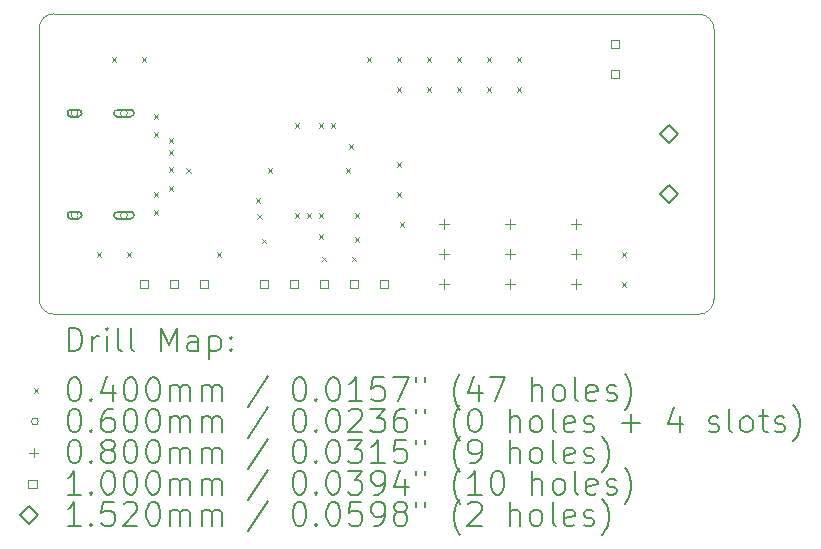
<source format=gbr>
%TF.GenerationSoftware,KiCad,Pcbnew,(6.0.10-0)*%
%TF.CreationDate,2023-02-24T11:05:11+09:00*%
%TF.ProjectId,CH224K_PD_Decoy,43483232-344b-45f5-9044-5f4465636f79,0.5*%
%TF.SameCoordinates,Original*%
%TF.FileFunction,Drillmap*%
%TF.FilePolarity,Positive*%
%FSLAX45Y45*%
G04 Gerber Fmt 4.5, Leading zero omitted, Abs format (unit mm)*
G04 Created by KiCad (PCBNEW (6.0.10-0)) date 2023-02-24 11:05:11*
%MOMM*%
%LPD*%
G01*
G04 APERTURE LIST*
%ADD10C,0.100000*%
%ADD11C,0.200000*%
%ADD12C,0.040000*%
%ADD13C,0.060000*%
%ADD14C,0.080000*%
%ADD15C,0.152000*%
G04 APERTURE END LIST*
D10*
X12954000Y-7239000D02*
X12954000Y-9525000D01*
X12827000Y-9652000D02*
X7366000Y-9652000D01*
X7239000Y-9525000D02*
X7239000Y-7235803D01*
X12827000Y-9652000D02*
G75*
G03*
X12954000Y-9525000I0J127000D01*
G01*
X7239000Y-9525000D02*
G75*
G03*
X7366000Y-9652000I127000J0D01*
G01*
X12954000Y-7239000D02*
G75*
G03*
X12827000Y-7112000I-127000J0D01*
G01*
X7366000Y-7108803D02*
X12827000Y-7112000D01*
X7366000Y-7108800D02*
G75*
G03*
X7239000Y-7235803I0J-127000D01*
G01*
D11*
D12*
X7727000Y-9124000D02*
X7767000Y-9164000D01*
X7767000Y-9124000D02*
X7727000Y-9164000D01*
X7854000Y-7473000D02*
X7894000Y-7513000D01*
X7894000Y-7473000D02*
X7854000Y-7513000D01*
X7981000Y-9124000D02*
X8021000Y-9164000D01*
X8021000Y-9124000D02*
X7981000Y-9164000D01*
X8108000Y-7473000D02*
X8148000Y-7513000D01*
X8148000Y-7473000D02*
X8108000Y-7513000D01*
X8209600Y-7955600D02*
X8249600Y-7995600D01*
X8249600Y-7955600D02*
X8209600Y-7995600D01*
X8209600Y-8108000D02*
X8249600Y-8148000D01*
X8249600Y-8108000D02*
X8209600Y-8148000D01*
X8209600Y-8616000D02*
X8249600Y-8656000D01*
X8249600Y-8616000D02*
X8209600Y-8656000D01*
X8209600Y-8768400D02*
X8249600Y-8808400D01*
X8249600Y-8768400D02*
X8209600Y-8808400D01*
X8336600Y-8160450D02*
X8376600Y-8200450D01*
X8376600Y-8160450D02*
X8336600Y-8200450D01*
X8336600Y-8260400D02*
X8376600Y-8300400D01*
X8376600Y-8260400D02*
X8336600Y-8300400D01*
X8336600Y-8409450D02*
X8376600Y-8449450D01*
X8376600Y-8409450D02*
X8336600Y-8449450D01*
X8336600Y-8565200D02*
X8376600Y-8605200D01*
X8376600Y-8565200D02*
X8336600Y-8605200D01*
X8485300Y-8416500D02*
X8525300Y-8456500D01*
X8525300Y-8416500D02*
X8485300Y-8456500D01*
X8743000Y-9124000D02*
X8783000Y-9164000D01*
X8783000Y-9124000D02*
X8743000Y-9164000D01*
X9073200Y-8666800D02*
X9113200Y-8706800D01*
X9113200Y-8666800D02*
X9073200Y-8706800D01*
X9085900Y-8806500D02*
X9125900Y-8846500D01*
X9125900Y-8806500D02*
X9085900Y-8846500D01*
X9124000Y-9012550D02*
X9164000Y-9052550D01*
X9164000Y-9012550D02*
X9124000Y-9052550D01*
X9174800Y-8412800D02*
X9214800Y-8452800D01*
X9214800Y-8412800D02*
X9174800Y-8452800D01*
X9403400Y-8793800D02*
X9443400Y-8833800D01*
X9443400Y-8793800D02*
X9403400Y-8833800D01*
X9403676Y-8034186D02*
X9443676Y-8074186D01*
X9443676Y-8034186D02*
X9403676Y-8074186D01*
X9505000Y-8793800D02*
X9545000Y-8833800D01*
X9545000Y-8793800D02*
X9505000Y-8833800D01*
X9606600Y-8031800D02*
X9646600Y-8071800D01*
X9646600Y-8031800D02*
X9606600Y-8071800D01*
X9606600Y-8793800D02*
X9646600Y-8833800D01*
X9646600Y-8793800D02*
X9606600Y-8833800D01*
X9606600Y-8971600D02*
X9646600Y-9011600D01*
X9646600Y-8971600D02*
X9606600Y-9011600D01*
X9632000Y-9165250D02*
X9672000Y-9205250D01*
X9672000Y-9165250D02*
X9632000Y-9205250D01*
X9708200Y-8031800D02*
X9748200Y-8071800D01*
X9748200Y-8031800D02*
X9708200Y-8071800D01*
X9835200Y-8412800D02*
X9875200Y-8452800D01*
X9875200Y-8412800D02*
X9835200Y-8452800D01*
X9860600Y-8209600D02*
X9900600Y-8249600D01*
X9900600Y-8209600D02*
X9860600Y-8249600D01*
X9886000Y-9165250D02*
X9926000Y-9205250D01*
X9926000Y-9165250D02*
X9886000Y-9205250D01*
X9911400Y-8793750D02*
X9951400Y-8833750D01*
X9951400Y-8793750D02*
X9911400Y-8833750D01*
X9911400Y-8997000D02*
X9951400Y-9037000D01*
X9951400Y-8997000D02*
X9911400Y-9037000D01*
X10013000Y-7473000D02*
X10053000Y-7513000D01*
X10053000Y-7473000D02*
X10013000Y-7513000D01*
X10267000Y-7473000D02*
X10307000Y-7513000D01*
X10307000Y-7473000D02*
X10267000Y-7513000D01*
X10267000Y-7727000D02*
X10307000Y-7767000D01*
X10307000Y-7727000D02*
X10267000Y-7767000D01*
X10267000Y-8362000D02*
X10307000Y-8402000D01*
X10307000Y-8362000D02*
X10267000Y-8402000D01*
X10267000Y-8616000D02*
X10307000Y-8656000D01*
X10307000Y-8616000D02*
X10267000Y-8656000D01*
X10292400Y-8870000D02*
X10332400Y-8910000D01*
X10332400Y-8870000D02*
X10292400Y-8910000D01*
X10521000Y-7473000D02*
X10561000Y-7513000D01*
X10561000Y-7473000D02*
X10521000Y-7513000D01*
X10521000Y-7727000D02*
X10561000Y-7767000D01*
X10561000Y-7727000D02*
X10521000Y-7767000D01*
X10775000Y-7473000D02*
X10815000Y-7513000D01*
X10815000Y-7473000D02*
X10775000Y-7513000D01*
X10775000Y-7727000D02*
X10815000Y-7767000D01*
X10815000Y-7727000D02*
X10775000Y-7767000D01*
X11029000Y-7473000D02*
X11069000Y-7513000D01*
X11069000Y-7473000D02*
X11029000Y-7513000D01*
X11029000Y-7727000D02*
X11069000Y-7767000D01*
X11069000Y-7727000D02*
X11029000Y-7767000D01*
X11283000Y-7473000D02*
X11323000Y-7513000D01*
X11323000Y-7473000D02*
X11283000Y-7513000D01*
X11283000Y-7727000D02*
X11323000Y-7767000D01*
X11323000Y-7727000D02*
X11283000Y-7767000D01*
X12172000Y-9124000D02*
X12212000Y-9164000D01*
X12212000Y-9124000D02*
X12172000Y-9164000D01*
X12172000Y-9378000D02*
X12212000Y-9418000D01*
X12212000Y-9378000D02*
X12172000Y-9418000D01*
D13*
X7570400Y-7950000D02*
G75*
G03*
X7570400Y-7950000I-30000J0D01*
G01*
D11*
X7570400Y-7920000D02*
X7510400Y-7920000D01*
X7570400Y-7980000D02*
X7510400Y-7980000D01*
X7510400Y-7920000D02*
G75*
G03*
X7510400Y-7980000I0J-30000D01*
G01*
X7570400Y-7980000D02*
G75*
G03*
X7570400Y-7920000I0J30000D01*
G01*
D13*
X7570400Y-8814000D02*
G75*
G03*
X7570400Y-8814000I-30000J0D01*
G01*
D11*
X7570400Y-8784000D02*
X7510400Y-8784000D01*
X7570400Y-8844000D02*
X7510400Y-8844000D01*
X7510400Y-8784000D02*
G75*
G03*
X7510400Y-8844000I0J-30000D01*
G01*
X7570400Y-8844000D02*
G75*
G03*
X7570400Y-8784000I0J30000D01*
G01*
D13*
X7988400Y-7950000D02*
G75*
G03*
X7988400Y-7950000I-30000J0D01*
G01*
D11*
X8013400Y-7920000D02*
X7903400Y-7920000D01*
X8013400Y-7980000D02*
X7903400Y-7980000D01*
X7903400Y-7920000D02*
G75*
G03*
X7903400Y-7980000I0J-30000D01*
G01*
X8013400Y-7980000D02*
G75*
G03*
X8013400Y-7920000I0J30000D01*
G01*
D13*
X7988400Y-8814000D02*
G75*
G03*
X7988400Y-8814000I-30000J0D01*
G01*
D11*
X8013400Y-8784000D02*
X7903400Y-8784000D01*
X8013400Y-8844000D02*
X7903400Y-8844000D01*
X7903400Y-8784000D02*
G75*
G03*
X7903400Y-8844000I0J-30000D01*
G01*
X8013400Y-8844000D02*
G75*
G03*
X8013400Y-8784000I0J30000D01*
G01*
D14*
X10668000Y-8850000D02*
X10668000Y-8930000D01*
X10628000Y-8890000D02*
X10708000Y-8890000D01*
X10668000Y-9104000D02*
X10668000Y-9184000D01*
X10628000Y-9144000D02*
X10708000Y-9144000D01*
X10668000Y-9358000D02*
X10668000Y-9438000D01*
X10628000Y-9398000D02*
X10708000Y-9398000D01*
X11226800Y-8850000D02*
X11226800Y-8930000D01*
X11186800Y-8890000D02*
X11266800Y-8890000D01*
X11226800Y-9104000D02*
X11226800Y-9184000D01*
X11186800Y-9144000D02*
X11266800Y-9144000D01*
X11226800Y-9358000D02*
X11226800Y-9438000D01*
X11186800Y-9398000D02*
X11266800Y-9398000D01*
X11785600Y-8850000D02*
X11785600Y-8930000D01*
X11745600Y-8890000D02*
X11825600Y-8890000D01*
X11785600Y-9104000D02*
X11785600Y-9184000D01*
X11745600Y-9144000D02*
X11825600Y-9144000D01*
X11785600Y-9358000D02*
X11785600Y-9438000D01*
X11745600Y-9398000D02*
X11825600Y-9398000D01*
D10*
X8163356Y-9433356D02*
X8163356Y-9362644D01*
X8092644Y-9362644D01*
X8092644Y-9433356D01*
X8163356Y-9433356D01*
X8417356Y-9433356D02*
X8417356Y-9362644D01*
X8346644Y-9362644D01*
X8346644Y-9433356D01*
X8417356Y-9433356D01*
X8671356Y-9433356D02*
X8671356Y-9362644D01*
X8600644Y-9362644D01*
X8600644Y-9433356D01*
X8671356Y-9433356D01*
X9179856Y-9433356D02*
X9179856Y-9362644D01*
X9109144Y-9362644D01*
X9109144Y-9433356D01*
X9179856Y-9433356D01*
X9433856Y-9433356D02*
X9433856Y-9362644D01*
X9363144Y-9362644D01*
X9363144Y-9433356D01*
X9433856Y-9433356D01*
X9687856Y-9433356D02*
X9687856Y-9362644D01*
X9617144Y-9362644D01*
X9617144Y-9433356D01*
X9687856Y-9433356D01*
X9941856Y-9433356D02*
X9941856Y-9362644D01*
X9871144Y-9362644D01*
X9871144Y-9433356D01*
X9941856Y-9433356D01*
X10195856Y-9433356D02*
X10195856Y-9362644D01*
X10125144Y-9362644D01*
X10125144Y-9433356D01*
X10195856Y-9433356D01*
X12151156Y-7400856D02*
X12151156Y-7330144D01*
X12080444Y-7330144D01*
X12080444Y-7400856D01*
X12151156Y-7400856D01*
X12151156Y-7654856D02*
X12151156Y-7584144D01*
X12080444Y-7584144D01*
X12080444Y-7654856D01*
X12151156Y-7654856D01*
D15*
X12573000Y-8204000D02*
X12649000Y-8128000D01*
X12573000Y-8052000D01*
X12497000Y-8128000D01*
X12573000Y-8204000D01*
X12573000Y-8712000D02*
X12649000Y-8636000D01*
X12573000Y-8560000D01*
X12497000Y-8636000D01*
X12573000Y-8712000D01*
D11*
X7491619Y-9967476D02*
X7491619Y-9767476D01*
X7539238Y-9767476D01*
X7567809Y-9777000D01*
X7586857Y-9796048D01*
X7596381Y-9815095D01*
X7605905Y-9853190D01*
X7605905Y-9881762D01*
X7596381Y-9919857D01*
X7586857Y-9938905D01*
X7567809Y-9957952D01*
X7539238Y-9967476D01*
X7491619Y-9967476D01*
X7691619Y-9967476D02*
X7691619Y-9834143D01*
X7691619Y-9872238D02*
X7701143Y-9853190D01*
X7710667Y-9843667D01*
X7729714Y-9834143D01*
X7748762Y-9834143D01*
X7815428Y-9967476D02*
X7815428Y-9834143D01*
X7815428Y-9767476D02*
X7805905Y-9777000D01*
X7815428Y-9786524D01*
X7824952Y-9777000D01*
X7815428Y-9767476D01*
X7815428Y-9786524D01*
X7939238Y-9967476D02*
X7920190Y-9957952D01*
X7910667Y-9938905D01*
X7910667Y-9767476D01*
X8044000Y-9967476D02*
X8024952Y-9957952D01*
X8015428Y-9938905D01*
X8015428Y-9767476D01*
X8272571Y-9967476D02*
X8272571Y-9767476D01*
X8339238Y-9910333D01*
X8405905Y-9767476D01*
X8405905Y-9967476D01*
X8586857Y-9967476D02*
X8586857Y-9862714D01*
X8577333Y-9843667D01*
X8558286Y-9834143D01*
X8520190Y-9834143D01*
X8501143Y-9843667D01*
X8586857Y-9957952D02*
X8567810Y-9967476D01*
X8520190Y-9967476D01*
X8501143Y-9957952D01*
X8491619Y-9938905D01*
X8491619Y-9919857D01*
X8501143Y-9900810D01*
X8520190Y-9891286D01*
X8567810Y-9891286D01*
X8586857Y-9881762D01*
X8682095Y-9834143D02*
X8682095Y-10034143D01*
X8682095Y-9843667D02*
X8701143Y-9834143D01*
X8739238Y-9834143D01*
X8758286Y-9843667D01*
X8767810Y-9853190D01*
X8777333Y-9872238D01*
X8777333Y-9929381D01*
X8767810Y-9948429D01*
X8758286Y-9957952D01*
X8739238Y-9967476D01*
X8701143Y-9967476D01*
X8682095Y-9957952D01*
X8863048Y-9948429D02*
X8872571Y-9957952D01*
X8863048Y-9967476D01*
X8853524Y-9957952D01*
X8863048Y-9948429D01*
X8863048Y-9967476D01*
X8863048Y-9843667D02*
X8872571Y-9853190D01*
X8863048Y-9862714D01*
X8853524Y-9853190D01*
X8863048Y-9843667D01*
X8863048Y-9862714D01*
D12*
X7194000Y-10277000D02*
X7234000Y-10317000D01*
X7234000Y-10277000D02*
X7194000Y-10317000D01*
D11*
X7529714Y-10187476D02*
X7548762Y-10187476D01*
X7567809Y-10197000D01*
X7577333Y-10206524D01*
X7586857Y-10225571D01*
X7596381Y-10263667D01*
X7596381Y-10311286D01*
X7586857Y-10349381D01*
X7577333Y-10368429D01*
X7567809Y-10377952D01*
X7548762Y-10387476D01*
X7529714Y-10387476D01*
X7510667Y-10377952D01*
X7501143Y-10368429D01*
X7491619Y-10349381D01*
X7482095Y-10311286D01*
X7482095Y-10263667D01*
X7491619Y-10225571D01*
X7501143Y-10206524D01*
X7510667Y-10197000D01*
X7529714Y-10187476D01*
X7682095Y-10368429D02*
X7691619Y-10377952D01*
X7682095Y-10387476D01*
X7672571Y-10377952D01*
X7682095Y-10368429D01*
X7682095Y-10387476D01*
X7863048Y-10254143D02*
X7863048Y-10387476D01*
X7815428Y-10177952D02*
X7767809Y-10320810D01*
X7891619Y-10320810D01*
X8005905Y-10187476D02*
X8024952Y-10187476D01*
X8044000Y-10197000D01*
X8053524Y-10206524D01*
X8063048Y-10225571D01*
X8072571Y-10263667D01*
X8072571Y-10311286D01*
X8063048Y-10349381D01*
X8053524Y-10368429D01*
X8044000Y-10377952D01*
X8024952Y-10387476D01*
X8005905Y-10387476D01*
X7986857Y-10377952D01*
X7977333Y-10368429D01*
X7967809Y-10349381D01*
X7958286Y-10311286D01*
X7958286Y-10263667D01*
X7967809Y-10225571D01*
X7977333Y-10206524D01*
X7986857Y-10197000D01*
X8005905Y-10187476D01*
X8196381Y-10187476D02*
X8215428Y-10187476D01*
X8234476Y-10197000D01*
X8244000Y-10206524D01*
X8253524Y-10225571D01*
X8263048Y-10263667D01*
X8263048Y-10311286D01*
X8253524Y-10349381D01*
X8244000Y-10368429D01*
X8234476Y-10377952D01*
X8215428Y-10387476D01*
X8196381Y-10387476D01*
X8177333Y-10377952D01*
X8167809Y-10368429D01*
X8158286Y-10349381D01*
X8148762Y-10311286D01*
X8148762Y-10263667D01*
X8158286Y-10225571D01*
X8167809Y-10206524D01*
X8177333Y-10197000D01*
X8196381Y-10187476D01*
X8348762Y-10387476D02*
X8348762Y-10254143D01*
X8348762Y-10273190D02*
X8358286Y-10263667D01*
X8377333Y-10254143D01*
X8405905Y-10254143D01*
X8424952Y-10263667D01*
X8434476Y-10282714D01*
X8434476Y-10387476D01*
X8434476Y-10282714D02*
X8444000Y-10263667D01*
X8463048Y-10254143D01*
X8491619Y-10254143D01*
X8510667Y-10263667D01*
X8520190Y-10282714D01*
X8520190Y-10387476D01*
X8615429Y-10387476D02*
X8615429Y-10254143D01*
X8615429Y-10273190D02*
X8624952Y-10263667D01*
X8644000Y-10254143D01*
X8672571Y-10254143D01*
X8691619Y-10263667D01*
X8701143Y-10282714D01*
X8701143Y-10387476D01*
X8701143Y-10282714D02*
X8710667Y-10263667D01*
X8729714Y-10254143D01*
X8758286Y-10254143D01*
X8777333Y-10263667D01*
X8786857Y-10282714D01*
X8786857Y-10387476D01*
X9177333Y-10177952D02*
X9005905Y-10435095D01*
X9434476Y-10187476D02*
X9453524Y-10187476D01*
X9472571Y-10197000D01*
X9482095Y-10206524D01*
X9491619Y-10225571D01*
X9501143Y-10263667D01*
X9501143Y-10311286D01*
X9491619Y-10349381D01*
X9482095Y-10368429D01*
X9472571Y-10377952D01*
X9453524Y-10387476D01*
X9434476Y-10387476D01*
X9415429Y-10377952D01*
X9405905Y-10368429D01*
X9396381Y-10349381D01*
X9386857Y-10311286D01*
X9386857Y-10263667D01*
X9396381Y-10225571D01*
X9405905Y-10206524D01*
X9415429Y-10197000D01*
X9434476Y-10187476D01*
X9586857Y-10368429D02*
X9596381Y-10377952D01*
X9586857Y-10387476D01*
X9577333Y-10377952D01*
X9586857Y-10368429D01*
X9586857Y-10387476D01*
X9720190Y-10187476D02*
X9739238Y-10187476D01*
X9758286Y-10197000D01*
X9767810Y-10206524D01*
X9777333Y-10225571D01*
X9786857Y-10263667D01*
X9786857Y-10311286D01*
X9777333Y-10349381D01*
X9767810Y-10368429D01*
X9758286Y-10377952D01*
X9739238Y-10387476D01*
X9720190Y-10387476D01*
X9701143Y-10377952D01*
X9691619Y-10368429D01*
X9682095Y-10349381D01*
X9672571Y-10311286D01*
X9672571Y-10263667D01*
X9682095Y-10225571D01*
X9691619Y-10206524D01*
X9701143Y-10197000D01*
X9720190Y-10187476D01*
X9977333Y-10387476D02*
X9863048Y-10387476D01*
X9920190Y-10387476D02*
X9920190Y-10187476D01*
X9901143Y-10216048D01*
X9882095Y-10235095D01*
X9863048Y-10244619D01*
X10158286Y-10187476D02*
X10063048Y-10187476D01*
X10053524Y-10282714D01*
X10063048Y-10273190D01*
X10082095Y-10263667D01*
X10129714Y-10263667D01*
X10148762Y-10273190D01*
X10158286Y-10282714D01*
X10167810Y-10301762D01*
X10167810Y-10349381D01*
X10158286Y-10368429D01*
X10148762Y-10377952D01*
X10129714Y-10387476D01*
X10082095Y-10387476D01*
X10063048Y-10377952D01*
X10053524Y-10368429D01*
X10234476Y-10187476D02*
X10367810Y-10187476D01*
X10282095Y-10387476D01*
X10434476Y-10187476D02*
X10434476Y-10225571D01*
X10510667Y-10187476D02*
X10510667Y-10225571D01*
X10805905Y-10463667D02*
X10796381Y-10454143D01*
X10777333Y-10425571D01*
X10767810Y-10406524D01*
X10758286Y-10377952D01*
X10748762Y-10330333D01*
X10748762Y-10292238D01*
X10758286Y-10244619D01*
X10767810Y-10216048D01*
X10777333Y-10197000D01*
X10796381Y-10168429D01*
X10805905Y-10158905D01*
X10967810Y-10254143D02*
X10967810Y-10387476D01*
X10920190Y-10177952D02*
X10872571Y-10320810D01*
X10996381Y-10320810D01*
X11053524Y-10187476D02*
X11186857Y-10187476D01*
X11101143Y-10387476D01*
X11415428Y-10387476D02*
X11415428Y-10187476D01*
X11501143Y-10387476D02*
X11501143Y-10282714D01*
X11491619Y-10263667D01*
X11472571Y-10254143D01*
X11444000Y-10254143D01*
X11424952Y-10263667D01*
X11415428Y-10273190D01*
X11624952Y-10387476D02*
X11605905Y-10377952D01*
X11596381Y-10368429D01*
X11586857Y-10349381D01*
X11586857Y-10292238D01*
X11596381Y-10273190D01*
X11605905Y-10263667D01*
X11624952Y-10254143D01*
X11653524Y-10254143D01*
X11672571Y-10263667D01*
X11682095Y-10273190D01*
X11691619Y-10292238D01*
X11691619Y-10349381D01*
X11682095Y-10368429D01*
X11672571Y-10377952D01*
X11653524Y-10387476D01*
X11624952Y-10387476D01*
X11805905Y-10387476D02*
X11786857Y-10377952D01*
X11777333Y-10358905D01*
X11777333Y-10187476D01*
X11958286Y-10377952D02*
X11939238Y-10387476D01*
X11901143Y-10387476D01*
X11882095Y-10377952D01*
X11872571Y-10358905D01*
X11872571Y-10282714D01*
X11882095Y-10263667D01*
X11901143Y-10254143D01*
X11939238Y-10254143D01*
X11958286Y-10263667D01*
X11967809Y-10282714D01*
X11967809Y-10301762D01*
X11872571Y-10320810D01*
X12044000Y-10377952D02*
X12063048Y-10387476D01*
X12101143Y-10387476D01*
X12120190Y-10377952D01*
X12129714Y-10358905D01*
X12129714Y-10349381D01*
X12120190Y-10330333D01*
X12101143Y-10320810D01*
X12072571Y-10320810D01*
X12053524Y-10311286D01*
X12044000Y-10292238D01*
X12044000Y-10282714D01*
X12053524Y-10263667D01*
X12072571Y-10254143D01*
X12101143Y-10254143D01*
X12120190Y-10263667D01*
X12196381Y-10463667D02*
X12205905Y-10454143D01*
X12224952Y-10425571D01*
X12234476Y-10406524D01*
X12244000Y-10377952D01*
X12253524Y-10330333D01*
X12253524Y-10292238D01*
X12244000Y-10244619D01*
X12234476Y-10216048D01*
X12224952Y-10197000D01*
X12205905Y-10168429D01*
X12196381Y-10158905D01*
D13*
X7234000Y-10561000D02*
G75*
G03*
X7234000Y-10561000I-30000J0D01*
G01*
D11*
X7529714Y-10451476D02*
X7548762Y-10451476D01*
X7567809Y-10461000D01*
X7577333Y-10470524D01*
X7586857Y-10489571D01*
X7596381Y-10527667D01*
X7596381Y-10575286D01*
X7586857Y-10613381D01*
X7577333Y-10632429D01*
X7567809Y-10641952D01*
X7548762Y-10651476D01*
X7529714Y-10651476D01*
X7510667Y-10641952D01*
X7501143Y-10632429D01*
X7491619Y-10613381D01*
X7482095Y-10575286D01*
X7482095Y-10527667D01*
X7491619Y-10489571D01*
X7501143Y-10470524D01*
X7510667Y-10461000D01*
X7529714Y-10451476D01*
X7682095Y-10632429D02*
X7691619Y-10641952D01*
X7682095Y-10651476D01*
X7672571Y-10641952D01*
X7682095Y-10632429D01*
X7682095Y-10651476D01*
X7863048Y-10451476D02*
X7824952Y-10451476D01*
X7805905Y-10461000D01*
X7796381Y-10470524D01*
X7777333Y-10499095D01*
X7767809Y-10537190D01*
X7767809Y-10613381D01*
X7777333Y-10632429D01*
X7786857Y-10641952D01*
X7805905Y-10651476D01*
X7844000Y-10651476D01*
X7863048Y-10641952D01*
X7872571Y-10632429D01*
X7882095Y-10613381D01*
X7882095Y-10565762D01*
X7872571Y-10546714D01*
X7863048Y-10537190D01*
X7844000Y-10527667D01*
X7805905Y-10527667D01*
X7786857Y-10537190D01*
X7777333Y-10546714D01*
X7767809Y-10565762D01*
X8005905Y-10451476D02*
X8024952Y-10451476D01*
X8044000Y-10461000D01*
X8053524Y-10470524D01*
X8063048Y-10489571D01*
X8072571Y-10527667D01*
X8072571Y-10575286D01*
X8063048Y-10613381D01*
X8053524Y-10632429D01*
X8044000Y-10641952D01*
X8024952Y-10651476D01*
X8005905Y-10651476D01*
X7986857Y-10641952D01*
X7977333Y-10632429D01*
X7967809Y-10613381D01*
X7958286Y-10575286D01*
X7958286Y-10527667D01*
X7967809Y-10489571D01*
X7977333Y-10470524D01*
X7986857Y-10461000D01*
X8005905Y-10451476D01*
X8196381Y-10451476D02*
X8215428Y-10451476D01*
X8234476Y-10461000D01*
X8244000Y-10470524D01*
X8253524Y-10489571D01*
X8263048Y-10527667D01*
X8263048Y-10575286D01*
X8253524Y-10613381D01*
X8244000Y-10632429D01*
X8234476Y-10641952D01*
X8215428Y-10651476D01*
X8196381Y-10651476D01*
X8177333Y-10641952D01*
X8167809Y-10632429D01*
X8158286Y-10613381D01*
X8148762Y-10575286D01*
X8148762Y-10527667D01*
X8158286Y-10489571D01*
X8167809Y-10470524D01*
X8177333Y-10461000D01*
X8196381Y-10451476D01*
X8348762Y-10651476D02*
X8348762Y-10518143D01*
X8348762Y-10537190D02*
X8358286Y-10527667D01*
X8377333Y-10518143D01*
X8405905Y-10518143D01*
X8424952Y-10527667D01*
X8434476Y-10546714D01*
X8434476Y-10651476D01*
X8434476Y-10546714D02*
X8444000Y-10527667D01*
X8463048Y-10518143D01*
X8491619Y-10518143D01*
X8510667Y-10527667D01*
X8520190Y-10546714D01*
X8520190Y-10651476D01*
X8615429Y-10651476D02*
X8615429Y-10518143D01*
X8615429Y-10537190D02*
X8624952Y-10527667D01*
X8644000Y-10518143D01*
X8672571Y-10518143D01*
X8691619Y-10527667D01*
X8701143Y-10546714D01*
X8701143Y-10651476D01*
X8701143Y-10546714D02*
X8710667Y-10527667D01*
X8729714Y-10518143D01*
X8758286Y-10518143D01*
X8777333Y-10527667D01*
X8786857Y-10546714D01*
X8786857Y-10651476D01*
X9177333Y-10441952D02*
X9005905Y-10699095D01*
X9434476Y-10451476D02*
X9453524Y-10451476D01*
X9472571Y-10461000D01*
X9482095Y-10470524D01*
X9491619Y-10489571D01*
X9501143Y-10527667D01*
X9501143Y-10575286D01*
X9491619Y-10613381D01*
X9482095Y-10632429D01*
X9472571Y-10641952D01*
X9453524Y-10651476D01*
X9434476Y-10651476D01*
X9415429Y-10641952D01*
X9405905Y-10632429D01*
X9396381Y-10613381D01*
X9386857Y-10575286D01*
X9386857Y-10527667D01*
X9396381Y-10489571D01*
X9405905Y-10470524D01*
X9415429Y-10461000D01*
X9434476Y-10451476D01*
X9586857Y-10632429D02*
X9596381Y-10641952D01*
X9586857Y-10651476D01*
X9577333Y-10641952D01*
X9586857Y-10632429D01*
X9586857Y-10651476D01*
X9720190Y-10451476D02*
X9739238Y-10451476D01*
X9758286Y-10461000D01*
X9767810Y-10470524D01*
X9777333Y-10489571D01*
X9786857Y-10527667D01*
X9786857Y-10575286D01*
X9777333Y-10613381D01*
X9767810Y-10632429D01*
X9758286Y-10641952D01*
X9739238Y-10651476D01*
X9720190Y-10651476D01*
X9701143Y-10641952D01*
X9691619Y-10632429D01*
X9682095Y-10613381D01*
X9672571Y-10575286D01*
X9672571Y-10527667D01*
X9682095Y-10489571D01*
X9691619Y-10470524D01*
X9701143Y-10461000D01*
X9720190Y-10451476D01*
X9863048Y-10470524D02*
X9872571Y-10461000D01*
X9891619Y-10451476D01*
X9939238Y-10451476D01*
X9958286Y-10461000D01*
X9967810Y-10470524D01*
X9977333Y-10489571D01*
X9977333Y-10508619D01*
X9967810Y-10537190D01*
X9853524Y-10651476D01*
X9977333Y-10651476D01*
X10044000Y-10451476D02*
X10167810Y-10451476D01*
X10101143Y-10527667D01*
X10129714Y-10527667D01*
X10148762Y-10537190D01*
X10158286Y-10546714D01*
X10167810Y-10565762D01*
X10167810Y-10613381D01*
X10158286Y-10632429D01*
X10148762Y-10641952D01*
X10129714Y-10651476D01*
X10072571Y-10651476D01*
X10053524Y-10641952D01*
X10044000Y-10632429D01*
X10339238Y-10451476D02*
X10301143Y-10451476D01*
X10282095Y-10461000D01*
X10272571Y-10470524D01*
X10253524Y-10499095D01*
X10244000Y-10537190D01*
X10244000Y-10613381D01*
X10253524Y-10632429D01*
X10263048Y-10641952D01*
X10282095Y-10651476D01*
X10320190Y-10651476D01*
X10339238Y-10641952D01*
X10348762Y-10632429D01*
X10358286Y-10613381D01*
X10358286Y-10565762D01*
X10348762Y-10546714D01*
X10339238Y-10537190D01*
X10320190Y-10527667D01*
X10282095Y-10527667D01*
X10263048Y-10537190D01*
X10253524Y-10546714D01*
X10244000Y-10565762D01*
X10434476Y-10451476D02*
X10434476Y-10489571D01*
X10510667Y-10451476D02*
X10510667Y-10489571D01*
X10805905Y-10727667D02*
X10796381Y-10718143D01*
X10777333Y-10689571D01*
X10767810Y-10670524D01*
X10758286Y-10641952D01*
X10748762Y-10594333D01*
X10748762Y-10556238D01*
X10758286Y-10508619D01*
X10767810Y-10480048D01*
X10777333Y-10461000D01*
X10796381Y-10432429D01*
X10805905Y-10422905D01*
X10920190Y-10451476D02*
X10939238Y-10451476D01*
X10958286Y-10461000D01*
X10967810Y-10470524D01*
X10977333Y-10489571D01*
X10986857Y-10527667D01*
X10986857Y-10575286D01*
X10977333Y-10613381D01*
X10967810Y-10632429D01*
X10958286Y-10641952D01*
X10939238Y-10651476D01*
X10920190Y-10651476D01*
X10901143Y-10641952D01*
X10891619Y-10632429D01*
X10882095Y-10613381D01*
X10872571Y-10575286D01*
X10872571Y-10527667D01*
X10882095Y-10489571D01*
X10891619Y-10470524D01*
X10901143Y-10461000D01*
X10920190Y-10451476D01*
X11224952Y-10651476D02*
X11224952Y-10451476D01*
X11310667Y-10651476D02*
X11310667Y-10546714D01*
X11301143Y-10527667D01*
X11282095Y-10518143D01*
X11253524Y-10518143D01*
X11234476Y-10527667D01*
X11224952Y-10537190D01*
X11434476Y-10651476D02*
X11415428Y-10641952D01*
X11405905Y-10632429D01*
X11396381Y-10613381D01*
X11396381Y-10556238D01*
X11405905Y-10537190D01*
X11415428Y-10527667D01*
X11434476Y-10518143D01*
X11463048Y-10518143D01*
X11482095Y-10527667D01*
X11491619Y-10537190D01*
X11501143Y-10556238D01*
X11501143Y-10613381D01*
X11491619Y-10632429D01*
X11482095Y-10641952D01*
X11463048Y-10651476D01*
X11434476Y-10651476D01*
X11615428Y-10651476D02*
X11596381Y-10641952D01*
X11586857Y-10622905D01*
X11586857Y-10451476D01*
X11767809Y-10641952D02*
X11748762Y-10651476D01*
X11710667Y-10651476D01*
X11691619Y-10641952D01*
X11682095Y-10622905D01*
X11682095Y-10546714D01*
X11691619Y-10527667D01*
X11710667Y-10518143D01*
X11748762Y-10518143D01*
X11767809Y-10527667D01*
X11777333Y-10546714D01*
X11777333Y-10565762D01*
X11682095Y-10584810D01*
X11853524Y-10641952D02*
X11872571Y-10651476D01*
X11910667Y-10651476D01*
X11929714Y-10641952D01*
X11939238Y-10622905D01*
X11939238Y-10613381D01*
X11929714Y-10594333D01*
X11910667Y-10584810D01*
X11882095Y-10584810D01*
X11863048Y-10575286D01*
X11853524Y-10556238D01*
X11853524Y-10546714D01*
X11863048Y-10527667D01*
X11882095Y-10518143D01*
X11910667Y-10518143D01*
X11929714Y-10527667D01*
X12177333Y-10575286D02*
X12329714Y-10575286D01*
X12253524Y-10651476D02*
X12253524Y-10499095D01*
X12663048Y-10518143D02*
X12663048Y-10651476D01*
X12615428Y-10441952D02*
X12567809Y-10584810D01*
X12691619Y-10584810D01*
X12910667Y-10641952D02*
X12929714Y-10651476D01*
X12967809Y-10651476D01*
X12986857Y-10641952D01*
X12996381Y-10622905D01*
X12996381Y-10613381D01*
X12986857Y-10594333D01*
X12967809Y-10584810D01*
X12939238Y-10584810D01*
X12920190Y-10575286D01*
X12910667Y-10556238D01*
X12910667Y-10546714D01*
X12920190Y-10527667D01*
X12939238Y-10518143D01*
X12967809Y-10518143D01*
X12986857Y-10527667D01*
X13110667Y-10651476D02*
X13091619Y-10641952D01*
X13082095Y-10622905D01*
X13082095Y-10451476D01*
X13215428Y-10651476D02*
X13196381Y-10641952D01*
X13186857Y-10632429D01*
X13177333Y-10613381D01*
X13177333Y-10556238D01*
X13186857Y-10537190D01*
X13196381Y-10527667D01*
X13215428Y-10518143D01*
X13244000Y-10518143D01*
X13263048Y-10527667D01*
X13272571Y-10537190D01*
X13282095Y-10556238D01*
X13282095Y-10613381D01*
X13272571Y-10632429D01*
X13263048Y-10641952D01*
X13244000Y-10651476D01*
X13215428Y-10651476D01*
X13339238Y-10518143D02*
X13415428Y-10518143D01*
X13367809Y-10451476D02*
X13367809Y-10622905D01*
X13377333Y-10641952D01*
X13396381Y-10651476D01*
X13415428Y-10651476D01*
X13472571Y-10641952D02*
X13491619Y-10651476D01*
X13529714Y-10651476D01*
X13548762Y-10641952D01*
X13558286Y-10622905D01*
X13558286Y-10613381D01*
X13548762Y-10594333D01*
X13529714Y-10584810D01*
X13501143Y-10584810D01*
X13482095Y-10575286D01*
X13472571Y-10556238D01*
X13472571Y-10546714D01*
X13482095Y-10527667D01*
X13501143Y-10518143D01*
X13529714Y-10518143D01*
X13548762Y-10527667D01*
X13624952Y-10727667D02*
X13634476Y-10718143D01*
X13653524Y-10689571D01*
X13663048Y-10670524D01*
X13672571Y-10641952D01*
X13682095Y-10594333D01*
X13682095Y-10556238D01*
X13672571Y-10508619D01*
X13663048Y-10480048D01*
X13653524Y-10461000D01*
X13634476Y-10432429D01*
X13624952Y-10422905D01*
D14*
X7194000Y-10785000D02*
X7194000Y-10865000D01*
X7154000Y-10825000D02*
X7234000Y-10825000D01*
D11*
X7529714Y-10715476D02*
X7548762Y-10715476D01*
X7567809Y-10725000D01*
X7577333Y-10734524D01*
X7586857Y-10753571D01*
X7596381Y-10791667D01*
X7596381Y-10839286D01*
X7586857Y-10877381D01*
X7577333Y-10896429D01*
X7567809Y-10905952D01*
X7548762Y-10915476D01*
X7529714Y-10915476D01*
X7510667Y-10905952D01*
X7501143Y-10896429D01*
X7491619Y-10877381D01*
X7482095Y-10839286D01*
X7482095Y-10791667D01*
X7491619Y-10753571D01*
X7501143Y-10734524D01*
X7510667Y-10725000D01*
X7529714Y-10715476D01*
X7682095Y-10896429D02*
X7691619Y-10905952D01*
X7682095Y-10915476D01*
X7672571Y-10905952D01*
X7682095Y-10896429D01*
X7682095Y-10915476D01*
X7805905Y-10801190D02*
X7786857Y-10791667D01*
X7777333Y-10782143D01*
X7767809Y-10763095D01*
X7767809Y-10753571D01*
X7777333Y-10734524D01*
X7786857Y-10725000D01*
X7805905Y-10715476D01*
X7844000Y-10715476D01*
X7863048Y-10725000D01*
X7872571Y-10734524D01*
X7882095Y-10753571D01*
X7882095Y-10763095D01*
X7872571Y-10782143D01*
X7863048Y-10791667D01*
X7844000Y-10801190D01*
X7805905Y-10801190D01*
X7786857Y-10810714D01*
X7777333Y-10820238D01*
X7767809Y-10839286D01*
X7767809Y-10877381D01*
X7777333Y-10896429D01*
X7786857Y-10905952D01*
X7805905Y-10915476D01*
X7844000Y-10915476D01*
X7863048Y-10905952D01*
X7872571Y-10896429D01*
X7882095Y-10877381D01*
X7882095Y-10839286D01*
X7872571Y-10820238D01*
X7863048Y-10810714D01*
X7844000Y-10801190D01*
X8005905Y-10715476D02*
X8024952Y-10715476D01*
X8044000Y-10725000D01*
X8053524Y-10734524D01*
X8063048Y-10753571D01*
X8072571Y-10791667D01*
X8072571Y-10839286D01*
X8063048Y-10877381D01*
X8053524Y-10896429D01*
X8044000Y-10905952D01*
X8024952Y-10915476D01*
X8005905Y-10915476D01*
X7986857Y-10905952D01*
X7977333Y-10896429D01*
X7967809Y-10877381D01*
X7958286Y-10839286D01*
X7958286Y-10791667D01*
X7967809Y-10753571D01*
X7977333Y-10734524D01*
X7986857Y-10725000D01*
X8005905Y-10715476D01*
X8196381Y-10715476D02*
X8215428Y-10715476D01*
X8234476Y-10725000D01*
X8244000Y-10734524D01*
X8253524Y-10753571D01*
X8263048Y-10791667D01*
X8263048Y-10839286D01*
X8253524Y-10877381D01*
X8244000Y-10896429D01*
X8234476Y-10905952D01*
X8215428Y-10915476D01*
X8196381Y-10915476D01*
X8177333Y-10905952D01*
X8167809Y-10896429D01*
X8158286Y-10877381D01*
X8148762Y-10839286D01*
X8148762Y-10791667D01*
X8158286Y-10753571D01*
X8167809Y-10734524D01*
X8177333Y-10725000D01*
X8196381Y-10715476D01*
X8348762Y-10915476D02*
X8348762Y-10782143D01*
X8348762Y-10801190D02*
X8358286Y-10791667D01*
X8377333Y-10782143D01*
X8405905Y-10782143D01*
X8424952Y-10791667D01*
X8434476Y-10810714D01*
X8434476Y-10915476D01*
X8434476Y-10810714D02*
X8444000Y-10791667D01*
X8463048Y-10782143D01*
X8491619Y-10782143D01*
X8510667Y-10791667D01*
X8520190Y-10810714D01*
X8520190Y-10915476D01*
X8615429Y-10915476D02*
X8615429Y-10782143D01*
X8615429Y-10801190D02*
X8624952Y-10791667D01*
X8644000Y-10782143D01*
X8672571Y-10782143D01*
X8691619Y-10791667D01*
X8701143Y-10810714D01*
X8701143Y-10915476D01*
X8701143Y-10810714D02*
X8710667Y-10791667D01*
X8729714Y-10782143D01*
X8758286Y-10782143D01*
X8777333Y-10791667D01*
X8786857Y-10810714D01*
X8786857Y-10915476D01*
X9177333Y-10705952D02*
X9005905Y-10963095D01*
X9434476Y-10715476D02*
X9453524Y-10715476D01*
X9472571Y-10725000D01*
X9482095Y-10734524D01*
X9491619Y-10753571D01*
X9501143Y-10791667D01*
X9501143Y-10839286D01*
X9491619Y-10877381D01*
X9482095Y-10896429D01*
X9472571Y-10905952D01*
X9453524Y-10915476D01*
X9434476Y-10915476D01*
X9415429Y-10905952D01*
X9405905Y-10896429D01*
X9396381Y-10877381D01*
X9386857Y-10839286D01*
X9386857Y-10791667D01*
X9396381Y-10753571D01*
X9405905Y-10734524D01*
X9415429Y-10725000D01*
X9434476Y-10715476D01*
X9586857Y-10896429D02*
X9596381Y-10905952D01*
X9586857Y-10915476D01*
X9577333Y-10905952D01*
X9586857Y-10896429D01*
X9586857Y-10915476D01*
X9720190Y-10715476D02*
X9739238Y-10715476D01*
X9758286Y-10725000D01*
X9767810Y-10734524D01*
X9777333Y-10753571D01*
X9786857Y-10791667D01*
X9786857Y-10839286D01*
X9777333Y-10877381D01*
X9767810Y-10896429D01*
X9758286Y-10905952D01*
X9739238Y-10915476D01*
X9720190Y-10915476D01*
X9701143Y-10905952D01*
X9691619Y-10896429D01*
X9682095Y-10877381D01*
X9672571Y-10839286D01*
X9672571Y-10791667D01*
X9682095Y-10753571D01*
X9691619Y-10734524D01*
X9701143Y-10725000D01*
X9720190Y-10715476D01*
X9853524Y-10715476D02*
X9977333Y-10715476D01*
X9910667Y-10791667D01*
X9939238Y-10791667D01*
X9958286Y-10801190D01*
X9967810Y-10810714D01*
X9977333Y-10829762D01*
X9977333Y-10877381D01*
X9967810Y-10896429D01*
X9958286Y-10905952D01*
X9939238Y-10915476D01*
X9882095Y-10915476D01*
X9863048Y-10905952D01*
X9853524Y-10896429D01*
X10167810Y-10915476D02*
X10053524Y-10915476D01*
X10110667Y-10915476D02*
X10110667Y-10715476D01*
X10091619Y-10744048D01*
X10072571Y-10763095D01*
X10053524Y-10772619D01*
X10348762Y-10715476D02*
X10253524Y-10715476D01*
X10244000Y-10810714D01*
X10253524Y-10801190D01*
X10272571Y-10791667D01*
X10320190Y-10791667D01*
X10339238Y-10801190D01*
X10348762Y-10810714D01*
X10358286Y-10829762D01*
X10358286Y-10877381D01*
X10348762Y-10896429D01*
X10339238Y-10905952D01*
X10320190Y-10915476D01*
X10272571Y-10915476D01*
X10253524Y-10905952D01*
X10244000Y-10896429D01*
X10434476Y-10715476D02*
X10434476Y-10753571D01*
X10510667Y-10715476D02*
X10510667Y-10753571D01*
X10805905Y-10991667D02*
X10796381Y-10982143D01*
X10777333Y-10953571D01*
X10767810Y-10934524D01*
X10758286Y-10905952D01*
X10748762Y-10858333D01*
X10748762Y-10820238D01*
X10758286Y-10772619D01*
X10767810Y-10744048D01*
X10777333Y-10725000D01*
X10796381Y-10696429D01*
X10805905Y-10686905D01*
X10891619Y-10915476D02*
X10929714Y-10915476D01*
X10948762Y-10905952D01*
X10958286Y-10896429D01*
X10977333Y-10867857D01*
X10986857Y-10829762D01*
X10986857Y-10753571D01*
X10977333Y-10734524D01*
X10967810Y-10725000D01*
X10948762Y-10715476D01*
X10910667Y-10715476D01*
X10891619Y-10725000D01*
X10882095Y-10734524D01*
X10872571Y-10753571D01*
X10872571Y-10801190D01*
X10882095Y-10820238D01*
X10891619Y-10829762D01*
X10910667Y-10839286D01*
X10948762Y-10839286D01*
X10967810Y-10829762D01*
X10977333Y-10820238D01*
X10986857Y-10801190D01*
X11224952Y-10915476D02*
X11224952Y-10715476D01*
X11310667Y-10915476D02*
X11310667Y-10810714D01*
X11301143Y-10791667D01*
X11282095Y-10782143D01*
X11253524Y-10782143D01*
X11234476Y-10791667D01*
X11224952Y-10801190D01*
X11434476Y-10915476D02*
X11415428Y-10905952D01*
X11405905Y-10896429D01*
X11396381Y-10877381D01*
X11396381Y-10820238D01*
X11405905Y-10801190D01*
X11415428Y-10791667D01*
X11434476Y-10782143D01*
X11463048Y-10782143D01*
X11482095Y-10791667D01*
X11491619Y-10801190D01*
X11501143Y-10820238D01*
X11501143Y-10877381D01*
X11491619Y-10896429D01*
X11482095Y-10905952D01*
X11463048Y-10915476D01*
X11434476Y-10915476D01*
X11615428Y-10915476D02*
X11596381Y-10905952D01*
X11586857Y-10886905D01*
X11586857Y-10715476D01*
X11767809Y-10905952D02*
X11748762Y-10915476D01*
X11710667Y-10915476D01*
X11691619Y-10905952D01*
X11682095Y-10886905D01*
X11682095Y-10810714D01*
X11691619Y-10791667D01*
X11710667Y-10782143D01*
X11748762Y-10782143D01*
X11767809Y-10791667D01*
X11777333Y-10810714D01*
X11777333Y-10829762D01*
X11682095Y-10848810D01*
X11853524Y-10905952D02*
X11872571Y-10915476D01*
X11910667Y-10915476D01*
X11929714Y-10905952D01*
X11939238Y-10886905D01*
X11939238Y-10877381D01*
X11929714Y-10858333D01*
X11910667Y-10848810D01*
X11882095Y-10848810D01*
X11863048Y-10839286D01*
X11853524Y-10820238D01*
X11853524Y-10810714D01*
X11863048Y-10791667D01*
X11882095Y-10782143D01*
X11910667Y-10782143D01*
X11929714Y-10791667D01*
X12005905Y-10991667D02*
X12015428Y-10982143D01*
X12034476Y-10953571D01*
X12044000Y-10934524D01*
X12053524Y-10905952D01*
X12063048Y-10858333D01*
X12063048Y-10820238D01*
X12053524Y-10772619D01*
X12044000Y-10744048D01*
X12034476Y-10725000D01*
X12015428Y-10696429D01*
X12005905Y-10686905D01*
D10*
X7219356Y-11124356D02*
X7219356Y-11053644D01*
X7148644Y-11053644D01*
X7148644Y-11124356D01*
X7219356Y-11124356D01*
D11*
X7596381Y-11179476D02*
X7482095Y-11179476D01*
X7539238Y-11179476D02*
X7539238Y-10979476D01*
X7520190Y-11008048D01*
X7501143Y-11027095D01*
X7482095Y-11036619D01*
X7682095Y-11160429D02*
X7691619Y-11169952D01*
X7682095Y-11179476D01*
X7672571Y-11169952D01*
X7682095Y-11160429D01*
X7682095Y-11179476D01*
X7815428Y-10979476D02*
X7834476Y-10979476D01*
X7853524Y-10989000D01*
X7863048Y-10998524D01*
X7872571Y-11017571D01*
X7882095Y-11055667D01*
X7882095Y-11103286D01*
X7872571Y-11141381D01*
X7863048Y-11160429D01*
X7853524Y-11169952D01*
X7834476Y-11179476D01*
X7815428Y-11179476D01*
X7796381Y-11169952D01*
X7786857Y-11160429D01*
X7777333Y-11141381D01*
X7767809Y-11103286D01*
X7767809Y-11055667D01*
X7777333Y-11017571D01*
X7786857Y-10998524D01*
X7796381Y-10989000D01*
X7815428Y-10979476D01*
X8005905Y-10979476D02*
X8024952Y-10979476D01*
X8044000Y-10989000D01*
X8053524Y-10998524D01*
X8063048Y-11017571D01*
X8072571Y-11055667D01*
X8072571Y-11103286D01*
X8063048Y-11141381D01*
X8053524Y-11160429D01*
X8044000Y-11169952D01*
X8024952Y-11179476D01*
X8005905Y-11179476D01*
X7986857Y-11169952D01*
X7977333Y-11160429D01*
X7967809Y-11141381D01*
X7958286Y-11103286D01*
X7958286Y-11055667D01*
X7967809Y-11017571D01*
X7977333Y-10998524D01*
X7986857Y-10989000D01*
X8005905Y-10979476D01*
X8196381Y-10979476D02*
X8215428Y-10979476D01*
X8234476Y-10989000D01*
X8244000Y-10998524D01*
X8253524Y-11017571D01*
X8263048Y-11055667D01*
X8263048Y-11103286D01*
X8253524Y-11141381D01*
X8244000Y-11160429D01*
X8234476Y-11169952D01*
X8215428Y-11179476D01*
X8196381Y-11179476D01*
X8177333Y-11169952D01*
X8167809Y-11160429D01*
X8158286Y-11141381D01*
X8148762Y-11103286D01*
X8148762Y-11055667D01*
X8158286Y-11017571D01*
X8167809Y-10998524D01*
X8177333Y-10989000D01*
X8196381Y-10979476D01*
X8348762Y-11179476D02*
X8348762Y-11046143D01*
X8348762Y-11065190D02*
X8358286Y-11055667D01*
X8377333Y-11046143D01*
X8405905Y-11046143D01*
X8424952Y-11055667D01*
X8434476Y-11074714D01*
X8434476Y-11179476D01*
X8434476Y-11074714D02*
X8444000Y-11055667D01*
X8463048Y-11046143D01*
X8491619Y-11046143D01*
X8510667Y-11055667D01*
X8520190Y-11074714D01*
X8520190Y-11179476D01*
X8615429Y-11179476D02*
X8615429Y-11046143D01*
X8615429Y-11065190D02*
X8624952Y-11055667D01*
X8644000Y-11046143D01*
X8672571Y-11046143D01*
X8691619Y-11055667D01*
X8701143Y-11074714D01*
X8701143Y-11179476D01*
X8701143Y-11074714D02*
X8710667Y-11055667D01*
X8729714Y-11046143D01*
X8758286Y-11046143D01*
X8777333Y-11055667D01*
X8786857Y-11074714D01*
X8786857Y-11179476D01*
X9177333Y-10969952D02*
X9005905Y-11227095D01*
X9434476Y-10979476D02*
X9453524Y-10979476D01*
X9472571Y-10989000D01*
X9482095Y-10998524D01*
X9491619Y-11017571D01*
X9501143Y-11055667D01*
X9501143Y-11103286D01*
X9491619Y-11141381D01*
X9482095Y-11160429D01*
X9472571Y-11169952D01*
X9453524Y-11179476D01*
X9434476Y-11179476D01*
X9415429Y-11169952D01*
X9405905Y-11160429D01*
X9396381Y-11141381D01*
X9386857Y-11103286D01*
X9386857Y-11055667D01*
X9396381Y-11017571D01*
X9405905Y-10998524D01*
X9415429Y-10989000D01*
X9434476Y-10979476D01*
X9586857Y-11160429D02*
X9596381Y-11169952D01*
X9586857Y-11179476D01*
X9577333Y-11169952D01*
X9586857Y-11160429D01*
X9586857Y-11179476D01*
X9720190Y-10979476D02*
X9739238Y-10979476D01*
X9758286Y-10989000D01*
X9767810Y-10998524D01*
X9777333Y-11017571D01*
X9786857Y-11055667D01*
X9786857Y-11103286D01*
X9777333Y-11141381D01*
X9767810Y-11160429D01*
X9758286Y-11169952D01*
X9739238Y-11179476D01*
X9720190Y-11179476D01*
X9701143Y-11169952D01*
X9691619Y-11160429D01*
X9682095Y-11141381D01*
X9672571Y-11103286D01*
X9672571Y-11055667D01*
X9682095Y-11017571D01*
X9691619Y-10998524D01*
X9701143Y-10989000D01*
X9720190Y-10979476D01*
X9853524Y-10979476D02*
X9977333Y-10979476D01*
X9910667Y-11055667D01*
X9939238Y-11055667D01*
X9958286Y-11065190D01*
X9967810Y-11074714D01*
X9977333Y-11093762D01*
X9977333Y-11141381D01*
X9967810Y-11160429D01*
X9958286Y-11169952D01*
X9939238Y-11179476D01*
X9882095Y-11179476D01*
X9863048Y-11169952D01*
X9853524Y-11160429D01*
X10072571Y-11179476D02*
X10110667Y-11179476D01*
X10129714Y-11169952D01*
X10139238Y-11160429D01*
X10158286Y-11131857D01*
X10167810Y-11093762D01*
X10167810Y-11017571D01*
X10158286Y-10998524D01*
X10148762Y-10989000D01*
X10129714Y-10979476D01*
X10091619Y-10979476D01*
X10072571Y-10989000D01*
X10063048Y-10998524D01*
X10053524Y-11017571D01*
X10053524Y-11065190D01*
X10063048Y-11084238D01*
X10072571Y-11093762D01*
X10091619Y-11103286D01*
X10129714Y-11103286D01*
X10148762Y-11093762D01*
X10158286Y-11084238D01*
X10167810Y-11065190D01*
X10339238Y-11046143D02*
X10339238Y-11179476D01*
X10291619Y-10969952D02*
X10244000Y-11112810D01*
X10367810Y-11112810D01*
X10434476Y-10979476D02*
X10434476Y-11017571D01*
X10510667Y-10979476D02*
X10510667Y-11017571D01*
X10805905Y-11255667D02*
X10796381Y-11246143D01*
X10777333Y-11217571D01*
X10767810Y-11198524D01*
X10758286Y-11169952D01*
X10748762Y-11122333D01*
X10748762Y-11084238D01*
X10758286Y-11036619D01*
X10767810Y-11008048D01*
X10777333Y-10989000D01*
X10796381Y-10960429D01*
X10805905Y-10950905D01*
X10986857Y-11179476D02*
X10872571Y-11179476D01*
X10929714Y-11179476D02*
X10929714Y-10979476D01*
X10910667Y-11008048D01*
X10891619Y-11027095D01*
X10872571Y-11036619D01*
X11110667Y-10979476D02*
X11129714Y-10979476D01*
X11148762Y-10989000D01*
X11158286Y-10998524D01*
X11167810Y-11017571D01*
X11177333Y-11055667D01*
X11177333Y-11103286D01*
X11167810Y-11141381D01*
X11158286Y-11160429D01*
X11148762Y-11169952D01*
X11129714Y-11179476D01*
X11110667Y-11179476D01*
X11091619Y-11169952D01*
X11082095Y-11160429D01*
X11072571Y-11141381D01*
X11063048Y-11103286D01*
X11063048Y-11055667D01*
X11072571Y-11017571D01*
X11082095Y-10998524D01*
X11091619Y-10989000D01*
X11110667Y-10979476D01*
X11415428Y-11179476D02*
X11415428Y-10979476D01*
X11501143Y-11179476D02*
X11501143Y-11074714D01*
X11491619Y-11055667D01*
X11472571Y-11046143D01*
X11444000Y-11046143D01*
X11424952Y-11055667D01*
X11415428Y-11065190D01*
X11624952Y-11179476D02*
X11605905Y-11169952D01*
X11596381Y-11160429D01*
X11586857Y-11141381D01*
X11586857Y-11084238D01*
X11596381Y-11065190D01*
X11605905Y-11055667D01*
X11624952Y-11046143D01*
X11653524Y-11046143D01*
X11672571Y-11055667D01*
X11682095Y-11065190D01*
X11691619Y-11084238D01*
X11691619Y-11141381D01*
X11682095Y-11160429D01*
X11672571Y-11169952D01*
X11653524Y-11179476D01*
X11624952Y-11179476D01*
X11805905Y-11179476D02*
X11786857Y-11169952D01*
X11777333Y-11150905D01*
X11777333Y-10979476D01*
X11958286Y-11169952D02*
X11939238Y-11179476D01*
X11901143Y-11179476D01*
X11882095Y-11169952D01*
X11872571Y-11150905D01*
X11872571Y-11074714D01*
X11882095Y-11055667D01*
X11901143Y-11046143D01*
X11939238Y-11046143D01*
X11958286Y-11055667D01*
X11967809Y-11074714D01*
X11967809Y-11093762D01*
X11872571Y-11112810D01*
X12044000Y-11169952D02*
X12063048Y-11179476D01*
X12101143Y-11179476D01*
X12120190Y-11169952D01*
X12129714Y-11150905D01*
X12129714Y-11141381D01*
X12120190Y-11122333D01*
X12101143Y-11112810D01*
X12072571Y-11112810D01*
X12053524Y-11103286D01*
X12044000Y-11084238D01*
X12044000Y-11074714D01*
X12053524Y-11055667D01*
X12072571Y-11046143D01*
X12101143Y-11046143D01*
X12120190Y-11055667D01*
X12196381Y-11255667D02*
X12205905Y-11246143D01*
X12224952Y-11217571D01*
X12234476Y-11198524D01*
X12244000Y-11169952D01*
X12253524Y-11122333D01*
X12253524Y-11084238D01*
X12244000Y-11036619D01*
X12234476Y-11008048D01*
X12224952Y-10989000D01*
X12205905Y-10960429D01*
X12196381Y-10950905D01*
D15*
X7158000Y-11429000D02*
X7234000Y-11353000D01*
X7158000Y-11277000D01*
X7082000Y-11353000D01*
X7158000Y-11429000D01*
D11*
X7596381Y-11443476D02*
X7482095Y-11443476D01*
X7539238Y-11443476D02*
X7539238Y-11243476D01*
X7520190Y-11272048D01*
X7501143Y-11291095D01*
X7482095Y-11300619D01*
X7682095Y-11424428D02*
X7691619Y-11433952D01*
X7682095Y-11443476D01*
X7672571Y-11433952D01*
X7682095Y-11424428D01*
X7682095Y-11443476D01*
X7872571Y-11243476D02*
X7777333Y-11243476D01*
X7767809Y-11338714D01*
X7777333Y-11329190D01*
X7796381Y-11319667D01*
X7844000Y-11319667D01*
X7863048Y-11329190D01*
X7872571Y-11338714D01*
X7882095Y-11357762D01*
X7882095Y-11405381D01*
X7872571Y-11424428D01*
X7863048Y-11433952D01*
X7844000Y-11443476D01*
X7796381Y-11443476D01*
X7777333Y-11433952D01*
X7767809Y-11424428D01*
X7958286Y-11262524D02*
X7967809Y-11253000D01*
X7986857Y-11243476D01*
X8034476Y-11243476D01*
X8053524Y-11253000D01*
X8063048Y-11262524D01*
X8072571Y-11281571D01*
X8072571Y-11300619D01*
X8063048Y-11329190D01*
X7948762Y-11443476D01*
X8072571Y-11443476D01*
X8196381Y-11243476D02*
X8215428Y-11243476D01*
X8234476Y-11253000D01*
X8244000Y-11262524D01*
X8253524Y-11281571D01*
X8263048Y-11319667D01*
X8263048Y-11367286D01*
X8253524Y-11405381D01*
X8244000Y-11424428D01*
X8234476Y-11433952D01*
X8215428Y-11443476D01*
X8196381Y-11443476D01*
X8177333Y-11433952D01*
X8167809Y-11424428D01*
X8158286Y-11405381D01*
X8148762Y-11367286D01*
X8148762Y-11319667D01*
X8158286Y-11281571D01*
X8167809Y-11262524D01*
X8177333Y-11253000D01*
X8196381Y-11243476D01*
X8348762Y-11443476D02*
X8348762Y-11310143D01*
X8348762Y-11329190D02*
X8358286Y-11319667D01*
X8377333Y-11310143D01*
X8405905Y-11310143D01*
X8424952Y-11319667D01*
X8434476Y-11338714D01*
X8434476Y-11443476D01*
X8434476Y-11338714D02*
X8444000Y-11319667D01*
X8463048Y-11310143D01*
X8491619Y-11310143D01*
X8510667Y-11319667D01*
X8520190Y-11338714D01*
X8520190Y-11443476D01*
X8615429Y-11443476D02*
X8615429Y-11310143D01*
X8615429Y-11329190D02*
X8624952Y-11319667D01*
X8644000Y-11310143D01*
X8672571Y-11310143D01*
X8691619Y-11319667D01*
X8701143Y-11338714D01*
X8701143Y-11443476D01*
X8701143Y-11338714D02*
X8710667Y-11319667D01*
X8729714Y-11310143D01*
X8758286Y-11310143D01*
X8777333Y-11319667D01*
X8786857Y-11338714D01*
X8786857Y-11443476D01*
X9177333Y-11233952D02*
X9005905Y-11491095D01*
X9434476Y-11243476D02*
X9453524Y-11243476D01*
X9472571Y-11253000D01*
X9482095Y-11262524D01*
X9491619Y-11281571D01*
X9501143Y-11319667D01*
X9501143Y-11367286D01*
X9491619Y-11405381D01*
X9482095Y-11424428D01*
X9472571Y-11433952D01*
X9453524Y-11443476D01*
X9434476Y-11443476D01*
X9415429Y-11433952D01*
X9405905Y-11424428D01*
X9396381Y-11405381D01*
X9386857Y-11367286D01*
X9386857Y-11319667D01*
X9396381Y-11281571D01*
X9405905Y-11262524D01*
X9415429Y-11253000D01*
X9434476Y-11243476D01*
X9586857Y-11424428D02*
X9596381Y-11433952D01*
X9586857Y-11443476D01*
X9577333Y-11433952D01*
X9586857Y-11424428D01*
X9586857Y-11443476D01*
X9720190Y-11243476D02*
X9739238Y-11243476D01*
X9758286Y-11253000D01*
X9767810Y-11262524D01*
X9777333Y-11281571D01*
X9786857Y-11319667D01*
X9786857Y-11367286D01*
X9777333Y-11405381D01*
X9767810Y-11424428D01*
X9758286Y-11433952D01*
X9739238Y-11443476D01*
X9720190Y-11443476D01*
X9701143Y-11433952D01*
X9691619Y-11424428D01*
X9682095Y-11405381D01*
X9672571Y-11367286D01*
X9672571Y-11319667D01*
X9682095Y-11281571D01*
X9691619Y-11262524D01*
X9701143Y-11253000D01*
X9720190Y-11243476D01*
X9967810Y-11243476D02*
X9872571Y-11243476D01*
X9863048Y-11338714D01*
X9872571Y-11329190D01*
X9891619Y-11319667D01*
X9939238Y-11319667D01*
X9958286Y-11329190D01*
X9967810Y-11338714D01*
X9977333Y-11357762D01*
X9977333Y-11405381D01*
X9967810Y-11424428D01*
X9958286Y-11433952D01*
X9939238Y-11443476D01*
X9891619Y-11443476D01*
X9872571Y-11433952D01*
X9863048Y-11424428D01*
X10072571Y-11443476D02*
X10110667Y-11443476D01*
X10129714Y-11433952D01*
X10139238Y-11424428D01*
X10158286Y-11395857D01*
X10167810Y-11357762D01*
X10167810Y-11281571D01*
X10158286Y-11262524D01*
X10148762Y-11253000D01*
X10129714Y-11243476D01*
X10091619Y-11243476D01*
X10072571Y-11253000D01*
X10063048Y-11262524D01*
X10053524Y-11281571D01*
X10053524Y-11329190D01*
X10063048Y-11348238D01*
X10072571Y-11357762D01*
X10091619Y-11367286D01*
X10129714Y-11367286D01*
X10148762Y-11357762D01*
X10158286Y-11348238D01*
X10167810Y-11329190D01*
X10282095Y-11329190D02*
X10263048Y-11319667D01*
X10253524Y-11310143D01*
X10244000Y-11291095D01*
X10244000Y-11281571D01*
X10253524Y-11262524D01*
X10263048Y-11253000D01*
X10282095Y-11243476D01*
X10320190Y-11243476D01*
X10339238Y-11253000D01*
X10348762Y-11262524D01*
X10358286Y-11281571D01*
X10358286Y-11291095D01*
X10348762Y-11310143D01*
X10339238Y-11319667D01*
X10320190Y-11329190D01*
X10282095Y-11329190D01*
X10263048Y-11338714D01*
X10253524Y-11348238D01*
X10244000Y-11367286D01*
X10244000Y-11405381D01*
X10253524Y-11424428D01*
X10263048Y-11433952D01*
X10282095Y-11443476D01*
X10320190Y-11443476D01*
X10339238Y-11433952D01*
X10348762Y-11424428D01*
X10358286Y-11405381D01*
X10358286Y-11367286D01*
X10348762Y-11348238D01*
X10339238Y-11338714D01*
X10320190Y-11329190D01*
X10434476Y-11243476D02*
X10434476Y-11281571D01*
X10510667Y-11243476D02*
X10510667Y-11281571D01*
X10805905Y-11519667D02*
X10796381Y-11510143D01*
X10777333Y-11481571D01*
X10767810Y-11462524D01*
X10758286Y-11433952D01*
X10748762Y-11386333D01*
X10748762Y-11348238D01*
X10758286Y-11300619D01*
X10767810Y-11272048D01*
X10777333Y-11253000D01*
X10796381Y-11224428D01*
X10805905Y-11214905D01*
X10872571Y-11262524D02*
X10882095Y-11253000D01*
X10901143Y-11243476D01*
X10948762Y-11243476D01*
X10967810Y-11253000D01*
X10977333Y-11262524D01*
X10986857Y-11281571D01*
X10986857Y-11300619D01*
X10977333Y-11329190D01*
X10863048Y-11443476D01*
X10986857Y-11443476D01*
X11224952Y-11443476D02*
X11224952Y-11243476D01*
X11310667Y-11443476D02*
X11310667Y-11338714D01*
X11301143Y-11319667D01*
X11282095Y-11310143D01*
X11253524Y-11310143D01*
X11234476Y-11319667D01*
X11224952Y-11329190D01*
X11434476Y-11443476D02*
X11415428Y-11433952D01*
X11405905Y-11424428D01*
X11396381Y-11405381D01*
X11396381Y-11348238D01*
X11405905Y-11329190D01*
X11415428Y-11319667D01*
X11434476Y-11310143D01*
X11463048Y-11310143D01*
X11482095Y-11319667D01*
X11491619Y-11329190D01*
X11501143Y-11348238D01*
X11501143Y-11405381D01*
X11491619Y-11424428D01*
X11482095Y-11433952D01*
X11463048Y-11443476D01*
X11434476Y-11443476D01*
X11615428Y-11443476D02*
X11596381Y-11433952D01*
X11586857Y-11414905D01*
X11586857Y-11243476D01*
X11767809Y-11433952D02*
X11748762Y-11443476D01*
X11710667Y-11443476D01*
X11691619Y-11433952D01*
X11682095Y-11414905D01*
X11682095Y-11338714D01*
X11691619Y-11319667D01*
X11710667Y-11310143D01*
X11748762Y-11310143D01*
X11767809Y-11319667D01*
X11777333Y-11338714D01*
X11777333Y-11357762D01*
X11682095Y-11376809D01*
X11853524Y-11433952D02*
X11872571Y-11443476D01*
X11910667Y-11443476D01*
X11929714Y-11433952D01*
X11939238Y-11414905D01*
X11939238Y-11405381D01*
X11929714Y-11386333D01*
X11910667Y-11376809D01*
X11882095Y-11376809D01*
X11863048Y-11367286D01*
X11853524Y-11348238D01*
X11853524Y-11338714D01*
X11863048Y-11319667D01*
X11882095Y-11310143D01*
X11910667Y-11310143D01*
X11929714Y-11319667D01*
X12005905Y-11519667D02*
X12015428Y-11510143D01*
X12034476Y-11481571D01*
X12044000Y-11462524D01*
X12053524Y-11433952D01*
X12063048Y-11386333D01*
X12063048Y-11348238D01*
X12053524Y-11300619D01*
X12044000Y-11272048D01*
X12034476Y-11253000D01*
X12015428Y-11224428D01*
X12005905Y-11214905D01*
M02*

</source>
